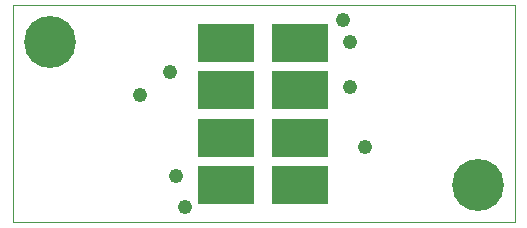
<source format=gbs>
%FSLAX25Y25*%
%MOIN*%
G70*
G01*
G75*
G04 Layer_Color=48896*
%ADD10P,0.08352X4X243.0*%
G04:AMPARAMS|DCode=11|XSize=80mil|YSize=50mil|CornerRadius=0mil|HoleSize=0mil|Usage=FLASHONLY|Rotation=288.000|XOffset=0mil|YOffset=0mil|HoleType=Round|Shape=Rectangle|*
%AMROTATEDRECTD11*
4,1,4,-0.03614,0.03032,0.01142,0.04577,0.03614,-0.03032,-0.01142,-0.04577,-0.03614,0.03032,0.0*
%
%ADD11ROTATEDRECTD11*%

%ADD12C,0.02500*%
%ADD13C,0.05000*%
%ADD14C,0.00100*%
%ADD15C,0.16500*%
%ADD16C,0.04000*%
%ADD17R,0.17716X0.12205*%
%ADD18C,0.01000*%
%ADD19P,0.06937X4X243.0*%
G04:AMPARAMS|DCode=20|XSize=70mil|YSize=40mil|CornerRadius=0mil|HoleSize=0mil|Usage=FLASHONLY|Rotation=288.000|XOffset=0mil|YOffset=0mil|HoleType=Round|Shape=Rectangle|*
%AMROTATEDRECTD20*
4,1,4,-0.02984,0.02711,0.00821,0.03947,0.02984,-0.02711,-0.00821,-0.03947,-0.02984,0.02711,0.0*
%
%ADD20ROTATEDRECTD20*%

%ADD21R,0.16716X0.11205*%
%ADD22P,0.09483X4X243.0*%
G04:AMPARAMS|DCode=23|XSize=88mil|YSize=58mil|CornerRadius=0mil|HoleSize=0mil|Usage=FLASHONLY|Rotation=288.000|XOffset=0mil|YOffset=0mil|HoleType=Round|Shape=Rectangle|*
%AMROTATEDRECTD23*
4,1,4,-0.04118,0.03289,0.01398,0.05081,0.04118,-0.03289,-0.01398,-0.05081,-0.04118,0.03289,0.0*
%
%ADD23ROTATEDRECTD23*%

%ADD24C,0.17300*%
%ADD25C,0.04800*%
%ADD26R,0.18517X0.13005*%
D14*
X300000Y400000D02*
Y472400D01*
X467300D01*
Y400000D02*
Y472400D01*
X300000Y400000D02*
X467300D01*
D24*
X455000Y412500D02*
D03*
X312500Y460000D02*
D03*
D25*
X352500Y450000D02*
D03*
X354472Y415528D02*
D03*
X357500Y405000D02*
D03*
X410000Y467500D02*
D03*
X412500Y445000D02*
D03*
Y460000D02*
D03*
X342500Y442500D02*
D03*
X417500Y425000D02*
D03*
D26*
X395856Y459744D02*
D03*
Y443996D02*
D03*
Y428248D02*
D03*
X371250Y459744D02*
D03*
Y443996D02*
D03*
Y428248D02*
D03*
X395856Y412500D02*
D03*
X371250D02*
D03*
M02*

</source>
